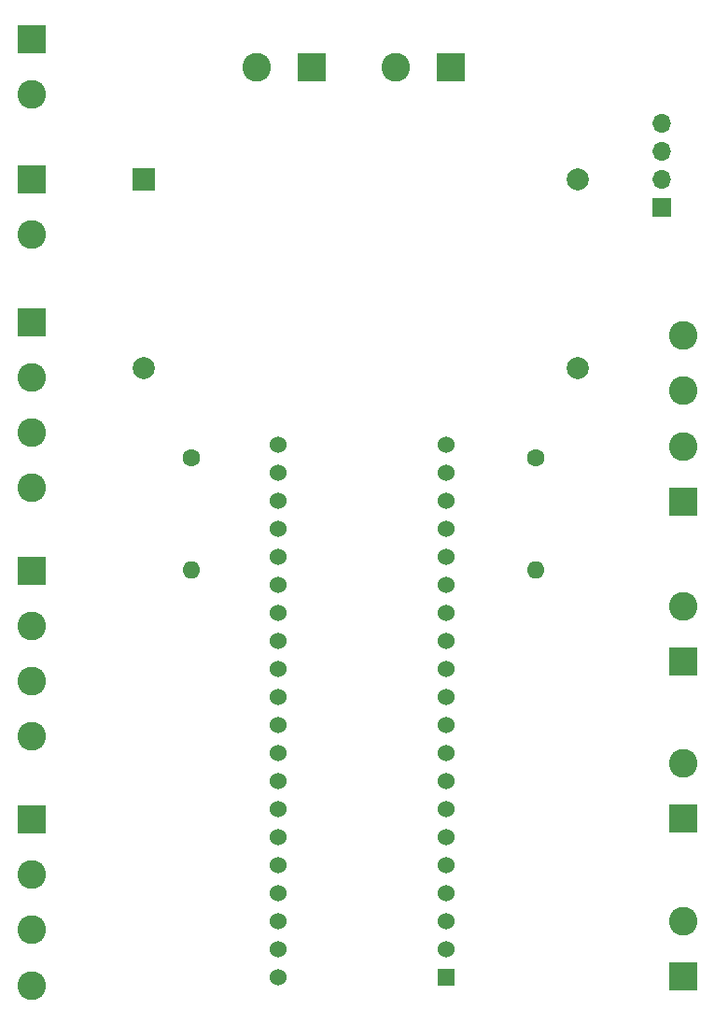
<source format=gbr>
%TF.GenerationSoftware,KiCad,Pcbnew,(5.1.10)-1*%
%TF.CreationDate,2021-09-07T15:33:10+07:00*%
%TF.ProjectId,Untitled Factory,556e7469-746c-4656-9420-466163746f72,rev?*%
%TF.SameCoordinates,Original*%
%TF.FileFunction,Soldermask,Top*%
%TF.FilePolarity,Negative*%
%FSLAX46Y46*%
G04 Gerber Fmt 4.6, Leading zero omitted, Abs format (unit mm)*
G04 Created by KiCad (PCBNEW (5.1.10)-1) date 2021-09-07 15:33:10*
%MOMM*%
%LPD*%
G01*
G04 APERTURE LIST*
%ADD10R,2.000000X2.000000*%
%ADD11C,2.000000*%
%ADD12R,1.524000X1.524000*%
%ADD13C,1.524000*%
%ADD14C,2.600000*%
%ADD15R,2.600000X2.600000*%
%ADD16O,1.600000X1.600000*%
%ADD17C,1.600000*%
%ADD18R,1.700000X1.700000*%
%ADD19O,1.700000X1.700000*%
G04 APERTURE END LIST*
D10*
%TO.C,M1*%
X144780000Y-80010000D03*
D11*
X144780000Y-97155000D03*
X184150000Y-97155000D03*
X184150000Y-80010000D03*
%TD*%
D12*
%TO.C,U1*%
X172212000Y-152374600D03*
D13*
X172212000Y-149834600D03*
X172212000Y-147294600D03*
X172212000Y-144754600D03*
X172212000Y-142214600D03*
X172212000Y-139674600D03*
X172212000Y-137134600D03*
X172212000Y-134594600D03*
X172212000Y-132054600D03*
X172212000Y-129514600D03*
X172212000Y-126974600D03*
X172212000Y-124434600D03*
X172212000Y-121894600D03*
X172212000Y-119354600D03*
X172212000Y-116814600D03*
X172212000Y-114274600D03*
X172212000Y-111734600D03*
X172212000Y-109194600D03*
X172212000Y-106654600D03*
X172212000Y-104114600D03*
X156972000Y-104114600D03*
X156972000Y-106654600D03*
X156972000Y-109194600D03*
X156972000Y-111734600D03*
X156972000Y-114274600D03*
X156972000Y-116814600D03*
X156972000Y-119354600D03*
X156972000Y-121894600D03*
X156972000Y-124434600D03*
X156972000Y-126974600D03*
X156972000Y-129514600D03*
X156972000Y-132054600D03*
X156972000Y-134594600D03*
X156972000Y-137134600D03*
X156972000Y-139674600D03*
X156972000Y-142214600D03*
X156972000Y-144754600D03*
X156972000Y-147294600D03*
X156972000Y-149834600D03*
X156972000Y-152374600D03*
%TD*%
D14*
%TO.C,J7*%
X155020000Y-69850000D03*
D15*
X160020000Y-69850000D03*
%TD*%
D14*
%TO.C,J9*%
X134670800Y-153074400D03*
X134670800Y-148074400D03*
X134670800Y-143074400D03*
D15*
X134670800Y-138074400D03*
%TD*%
D16*
%TO.C,R2*%
X149123400Y-115417600D03*
D17*
X149123400Y-105257600D03*
%TD*%
D16*
%TO.C,R1*%
X180340000Y-115417600D03*
D17*
X180340000Y-105257600D03*
%TD*%
D15*
%TO.C,J12*%
X134620000Y-80010000D03*
D14*
X134620000Y-85010000D03*
%TD*%
%TO.C,J11*%
X134670800Y-108014800D03*
X134670800Y-103014800D03*
X134670800Y-98014800D03*
D15*
X134670800Y-93014800D03*
%TD*%
D14*
%TO.C,J10*%
X134670800Y-130544600D03*
X134670800Y-125544600D03*
X134670800Y-120544600D03*
D15*
X134670800Y-115544600D03*
%TD*%
D14*
%TO.C,J8*%
X193725800Y-94220000D03*
X193725800Y-99220000D03*
X193725800Y-104220000D03*
D15*
X193725800Y-109220000D03*
%TD*%
D14*
%TO.C,J6*%
X167640000Y-69850000D03*
D15*
X172640000Y-69850000D03*
%TD*%
D14*
%TO.C,J5*%
X193725800Y-118698000D03*
D15*
X193725800Y-123698000D03*
%TD*%
D14*
%TO.C,J4*%
X193725800Y-132998200D03*
D15*
X193725800Y-137998200D03*
%TD*%
D14*
%TO.C,J3*%
X193725800Y-147298400D03*
D15*
X193725800Y-152298400D03*
%TD*%
%TO.C,J2*%
X134620000Y-67310000D03*
D14*
X134620000Y-72310000D03*
%TD*%
D18*
%TO.C,J1*%
X191770000Y-82550000D03*
D19*
X191770000Y-80010000D03*
X191770000Y-77470000D03*
X191770000Y-74930000D03*
%TD*%
M02*

</source>
